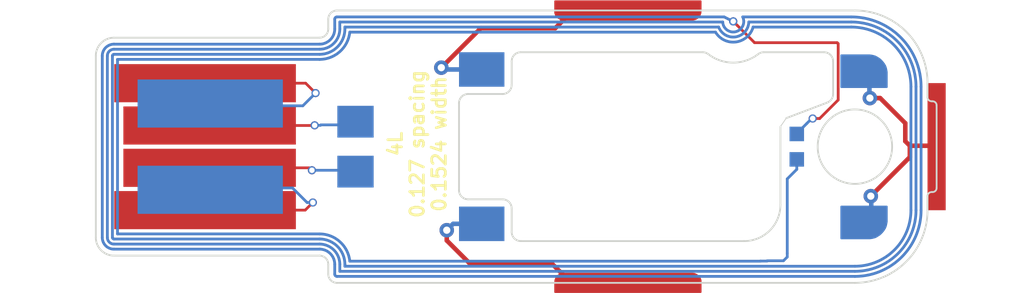
<source format=kicad_pcb>
(kicad_pcb (version 20171130) (host pcbnew "(5.1.5-0-10_14)")

  (general
    (thickness 1.6)
    (drawings 182)
    (tracks 71)
    (zones 0)
    (modules 3)
    (nets 10)
  )

  (page A4)
  (layers
    (0 F.Cu signal)
    (31 B.Cu signal)
    (32 B.Adhes user)
    (33 F.Adhes user)
    (34 B.Paste user)
    (35 F.Paste user)
    (36 B.SilkS user)
    (37 F.SilkS user)
    (38 B.Mask user)
    (39 F.Mask user)
    (40 Dwgs.User user)
    (41 Cmts.User user)
    (42 Eco1.User user)
    (43 Eco2.User user)
    (44 Edge.Cuts user)
    (45 Margin user)
    (46 B.CrtYd user)
    (47 F.CrtYd user)
    (48 B.Fab user)
    (49 F.Fab user)
  )

  (setup
    (last_trace_width 0.15)
    (user_trace_width 0.127)
    (user_trace_width 0.1524)
    (trace_clearance 0.15)
    (zone_clearance 0.508)
    (zone_45_only no)
    (trace_min 0.127)
    (via_size 0.45)
    (via_drill 0.3)
    (via_min_size 0.45)
    (via_min_drill 0.3)
    (uvia_size 0.3)
    (uvia_drill 0.1)
    (uvias_allowed no)
    (uvia_min_size 0.2)
    (uvia_min_drill 0.1)
    (edge_width 0.05)
    (segment_width 0.15)
    (pcb_text_width 0.3)
    (pcb_text_size 1.5 1.5)
    (mod_edge_width 0.12)
    (mod_text_size 1 1)
    (mod_text_width 0.15)
    (pad_size 0.8 0.8)
    (pad_drill 0)
    (pad_to_mask_clearance 0.051)
    (solder_mask_min_width 0.25)
    (aux_axis_origin 0 0)
    (visible_elements FFFFFF7F)
    (pcbplotparams
      (layerselection 0x010fc_ffffffff)
      (usegerberextensions false)
      (usegerberattributes false)
      (usegerberadvancedattributes false)
      (creategerberjobfile false)
      (excludeedgelayer true)
      (linewidth 0.100000)
      (plotframeref false)
      (viasonmask false)
      (mode 1)
      (useauxorigin false)
      (hpglpennumber 1)
      (hpglpenspeed 20)
      (hpglpendiameter 15.000000)
      (psnegative false)
      (psa4output false)
      (plotreference true)
      (plotvalue true)
      (plotinvisibletext false)
      (padsonsilk false)
      (subtractmaskfromsilk false)
      (outputformat 1)
      (mirror false)
      (drillshape 0)
      (scaleselection 1)
      (outputdirectory "gerbers"))
  )

  (net 0 "")
  (net 1 "Net-(TOP1-Pad6)")
  (net 2 "Net-(TOP1-Pad9)")
  (net 3 "Net-(TOP1-Pad5)")
  (net 4 "Net-(AE1-Pad2)")
  (net 5 "Net-(AE1-Pad1)")
  (net 6 "Net-(S1-Pad1)")
  (net 7 "Net-(S1-Pad2)")
  (net 8 "Net-(S1-Pad3)")
  (net 9 "Net-(S1-Pad4)")

  (net_class Default "This is the default net class."
    (clearance 0.15)
    (trace_width 0.15)
    (via_dia 0.45)
    (via_drill 0.3)
    (uvia_dia 0.3)
    (uvia_drill 0.1)
    (add_net "Net-(AE1-Pad1)")
    (add_net "Net-(AE1-Pad2)")
    (add_net "Net-(S1-Pad1)")
    (add_net "Net-(S1-Pad2)")
    (add_net "Net-(S1-Pad3)")
    (add_net "Net-(S1-Pad4)")
    (add_net "Net-(TOP1-Pad5)")
    (add_net "Net-(TOP1-Pad6)")
    (add_net "Net-(TOP1-Pad9)")
  )

  (module solo:USB-A (layer F.Cu) (tedit 5DEBDFF9) (tstamp 5DEFF63D)
    (at 104.625 58.5)
    (path /5E0D53F0)
    (attr smd)
    (fp_text reference S1 (at -3.79 0.745) (layer F.SilkS) hide
      (effects (font (size 1 1) (thickness 0.15)))
    )
    (fp_text value USB (at -3.79 3.285) (layer F.Fab)
      (effects (font (size 1 1) (thickness 0.15)))
    )
    (pad 1 smd rect (at 4.592 3.495) (size 10 2.1) (layers F.Cu F.Mask)
      (net 6 "Net-(S1-Pad1)") (solder_mask_margin 0.01))
    (pad 2 smd rect (at 4.842 1.165) (size 9.5 2.1) (layers F.Cu F.Mask)
      (net 7 "Net-(S1-Pad2)") (solder_mask_margin 0.01))
    (pad 3 smd rect (at 4.842 -1.165) (size 9.5 2.1) (layers F.Cu F.Mask)
      (net 8 "Net-(S1-Pad3)") (solder_mask_margin 0.01))
    (pad 4 smd rect (at 4.592 -3.495) (size 10 2.1) (layers F.Cu F.Mask)
      (net 9 "Net-(S1-Pad4)") (solder_mask_margin 0.01))
  )

  (module solo:top-A (layer B.Cu) (tedit 5DEEC2B6) (tstamp 5DEFEE46)
    (at 114.8 58.375)
    (descr "place at (-14.8, 41.375)")
    (path /5E0D117C)
    (attr smd)
    (fp_text reference TOP1 (at -7.05 6.05) (layer B.Fab)
      (effects (font (size 1 1) (thickness 0.01)) (justify mirror))
    )
    (fp_text value TOP_A (at -1.925 5.95) (layer B.Fab)
      (effects (font (size 1 1) (thickness 0.01)) (justify mirror))
    )
    (fp_poly (pts (xy 31.055 5.17) (xy 31.125 5.16) (xy 31.155 5.155) (xy 31.235 5.135)
      (xy 31.29 5.12) (xy 31.32 5.11) (xy 31.36 5.09) (xy 31.415 5.06)
      (xy 31.555 4.97) (xy 31.625 4.91) (xy 31.715 4.815) (xy 31.77 4.745)
      (xy 31.81 4.69) (xy 31.855 4.615) (xy 31.885 4.55) (xy 31.915 4.46)
      (xy 31.935 4.36) (xy 31.955 4.255) (xy 31.955 3.425) (xy 29.45 3.425)
      (xy 29.45 5.175) (xy 31.005 5.175)) (layer B.Cu) (width 0.1))
    (fp_poly (pts (xy 31.055 -4.9) (xy 31.125 -4.89) (xy 31.155 -4.885) (xy 31.235 -4.865)
      (xy 31.29 -4.85) (xy 31.32 -4.84) (xy 31.36 -4.82) (xy 31.415 -4.79)
      (xy 31.555 -4.7) (xy 31.625 -4.64) (xy 31.715 -4.545) (xy 31.77 -4.475)
      (xy 31.81 -4.42) (xy 31.855 -4.345) (xy 31.885 -4.28) (xy 31.915 -4.19)
      (xy 31.935 -4.09) (xy 31.955 -3.985) (xy 31.955 -3.155) (xy 29.45 -3.155)
      (xy 29.45 -4.905) (xy 31.005 -4.905)) (layer B.Cu) (width 0.1))
    (fp_poly (pts (xy 31.055 5.17) (xy 31.125 5.16) (xy 31.155 5.155) (xy 31.235 5.135)
      (xy 31.29 5.12) (xy 31.32 5.11) (xy 31.36 5.09) (xy 31.415 5.06)
      (xy 31.555 4.97) (xy 31.625 4.91) (xy 31.715 4.815) (xy 31.77 4.745)
      (xy 31.81 4.69) (xy 31.855 4.615) (xy 31.885 4.55) (xy 31.915 4.46)
      (xy 31.935 4.36) (xy 31.955 4.255) (xy 31.955 3.425) (xy 29.45 3.425)
      (xy 29.45 5.175) (xy 31.005 5.175)) (layer B.Mask) (width 0.1))
    (fp_poly (pts (xy 31.055 -4.9) (xy 31.125 -4.89) (xy 31.155 -4.885) (xy 31.235 -4.865)
      (xy 31.29 -4.85) (xy 31.32 -4.84) (xy 31.36 -4.82) (xy 31.415 -4.79)
      (xy 31.555 -4.7) (xy 31.625 -4.64) (xy 31.715 -4.545) (xy 31.77 -4.475)
      (xy 31.81 -4.42) (xy 31.855 -4.345) (xy 31.885 -4.28) (xy 31.915 -4.19)
      (xy 31.935 -4.09) (xy 31.955 -3.985) (xy 31.955 -3.155) (xy 29.45 -3.155)
      (xy 29.45 -4.905) (xy 31.005 -4.905)) (layer B.Mask) (width 0.1))
    (pad 9 smd custom (at 30.5 4.3) (size 1 1) (layers B.Cu B.Paste B.Mask)
      (net 2 "Net-(TOP1-Pad9)") (solder_paste_margin_ratio -0.05) (zone_connect 0)
      (options (clearance outline) (anchor rect))
      (primitives
      ))
    (pad 8 smd rect (at 27 -0.575) (size 0.8 0.8) (layers B.Cu B.Paste B.Mask)
      (net 4 "Net-(AE1-Pad2)") (solder_paste_margin_ratio -0.2))
    (pad 7 smd rect (at 27 0.825) (size 0.8 0.8) (layers B.Cu B.Paste B.Mask)
      (net 5 "Net-(AE1-Pad1)") (solder_paste_margin_ratio -0.2))
    (pad 6 smd rect (at 9.65 -4.125) (size 2.5 1.9) (layers B.Cu B.Paste B.Mask)
      (net 1 "Net-(TOP1-Pad6)") (solder_paste_margin_ratio -0.25))
    (pad 5 smd rect (at 9.65 4.375) (size 2.5 1.9) (layers B.Cu B.Paste B.Mask)
      (net 3 "Net-(TOP1-Pad5)") (solder_paste_margin_ratio -0.25))
    (pad 4 smd rect (at 2.7 -1.25) (size 2 1.75) (layers B.Cu B.Paste B.Mask)
      (net 8 "Net-(S1-Pad3)") (solder_paste_margin_ratio -0.25))
    (pad 3 smd rect (at 2.7 1.5) (size 2 1.75) (layers B.Cu B.Paste B.Mask)
      (net 7 "Net-(S1-Pad2)") (solder_paste_margin_ratio -0.25))
    (pad 2 smd rect (at -5.3 -2.25) (size 8 2.65) (layers B.Cu B.Paste B.Mask)
      (net 9 "Net-(S1-Pad4)") (solder_paste_margin_ratio -0.25))
    (pad 1 smd rect (at -5.3 2.5) (size 8 2.65) (layers B.Cu B.Paste B.Mask)
      (net 6 "Net-(S1-Pad1)") (solder_paste_margin_ratio -0.25))
    (pad 9 smd rect (at 30.5 -4.045) (size 1 1) (layers B.Cu B.Paste B.Mask)
      (net 2 "Net-(TOP1-Pad9)") (solder_paste_margin_ratio -0.05))
    (pad 9 smd custom (at 31.1 4.15) (size 1 0.7) (layers B.Cu B.Paste B.Mask)
      (net 2 "Net-(TOP1-Pad9)") (solder_paste_margin_ratio -0.05) (zone_connect 0)
      (options (clearance outline) (anchor rect))
      (primitives
      ))
    (pad 9 smd custom (at 31 -3.895) (size 1 0.7) (layers B.Cu B.Paste B.Mask)
      (net 2 "Net-(TOP1-Pad9)") (solder_paste_margin_ratio -0.05) (zone_connect 0)
      (options (clearance outline) (anchor rect))
      (primitives
      ))
  )

  (module solo:side_buttons (layer B.Cu) (tedit 5DEBF8A1) (tstamp 5DEFEE32)
    (at 149.525 58.075)
    (path /5E0D0A3F)
    (attr smd)
    (fp_text reference caps1 (at -10.375 -1.75) (layer F.Fab) hide
      (effects (font (size 1 1) (thickness 0.15)))
    )
    (fp_text value side_buttons (at -6.9 4.8) (layer F.Fab)
      (effects (font (size 1 1) (thickness 0.15)))
    )
    (fp_poly (pts (xy -13.02 7.8) (xy -13.03 7.76) (xy -13.05 7.7) (xy -13.08 7.65)
      (xy -13.12 7.59) (xy -13.16 7.55) (xy -13.21 7.51) (xy -13.28 7.47)
      (xy -13.34 7.44) (xy -13.39 7.43) (xy -13.45 7.42) (xy -20.59 7.42)
      (xy -20.66 7.43) (xy -20.73 7.45) (xy -20.78 7.47) (xy -20.83 7.5)
      (xy -20.87 7.53) (xy -20.94 7.6) (xy -20.99 7.7) (xy -21.02 7.78)
      (xy -21.03 7.92) (xy -21.03 8.43) (xy -13.02 8.43)) (layer F.Mask) (width 0.1))
    (fp_poly (pts (xy -21.03 -6.95) (xy -21.02 -6.91) (xy -21 -6.85) (xy -20.97 -6.8)
      (xy -20.93 -6.74) (xy -20.89 -6.7) (xy -20.84 -6.66) (xy -20.77 -6.62)
      (xy -20.71 -6.59) (xy -20.66 -6.58) (xy -20.6 -6.57) (xy -13.46 -6.57)
      (xy -13.39 -6.58) (xy -13.32 -6.6) (xy -13.27 -6.62) (xy -13.22 -6.65)
      (xy -13.18 -6.68) (xy -13.11 -6.75) (xy -13.06 -6.85) (xy -13.03 -6.93)
      (xy -13.02 -7.07) (xy -13.02 -7.58) (xy -21.03 -7.58)) (layer F.Mask) (width 0.1))
    (fp_poly (pts (xy -21.03 -6.95) (xy -21.02 -6.91) (xy -21 -6.85) (xy -20.97 -6.8)
      (xy -20.93 -6.74) (xy -20.89 -6.7) (xy -20.84 -6.66) (xy -20.77 -6.62)
      (xy -20.71 -6.59) (xy -20.66 -6.58) (xy -20.6 -6.57) (xy -13.46 -6.57)
      (xy -13.39 -6.58) (xy -13.32 -6.6) (xy -13.27 -6.62) (xy -13.22 -6.65)
      (xy -13.18 -6.68) (xy -13.11 -6.75) (xy -13.06 -6.85) (xy -13.03 -6.93)
      (xy -13.02 -7.07) (xy -13.02 -7.58) (xy -21.03 -7.58)) (layer F.Cu) (width 0.1))
    (fp_poly (pts (xy -13.02 7.8) (xy -13.03 7.76) (xy -13.05 7.7) (xy -13.08 7.65)
      (xy -13.12 7.59) (xy -13.16 7.55) (xy -13.21 7.51) (xy -13.28 7.47)
      (xy -13.34 7.44) (xy -13.39 7.43) (xy -13.45 7.42) (xy -20.59 7.42)
      (xy -20.66 7.43) (xy -20.73 7.45) (xy -20.78 7.47) (xy -20.83 7.5)
      (xy -20.87 7.53) (xy -20.94 7.6) (xy -20.99 7.7) (xy -21.02 7.78)
      (xy -21.03 7.92) (xy -21.03 8.43) (xy -13.02 8.43)) (layer F.Cu) (width 0.1))
    (pad 3 smd custom (at -0.27 0.38 270) (size 0.5 0.5) (layers F.Cu)
      (net 2 "Net-(TOP1-Pad9)") (solder_mask_margin 0.01) (zone_connect 0)
      (options (clearance outline) (anchor rect))
      (primitives
      ))
    (pad 2 smd custom (at -20.34 -6.78 270) (size 0.5 0.5) (layers F.Cu)
      (net 1 "Net-(TOP1-Pad6)") (solder_mask_margin 0.01) (zone_connect 0)
      (options (clearance outline) (anchor rect))
      (primitives
      ))
    (pad 1 smd custom (at -20.34 7.63 270) (size 0.5 0.5) (layers F.Cu)
      (net 3 "Net-(TOP1-Pad5)") (solder_mask_margin 0.01) (zone_connect 0)
      (options (clearance outline) (anchor rect))
      (primitives
      ))
    (pad 3 smd rect (at -0.025 0.425 270) (size 7 1) (layers F.Cu F.Mask)
      (net 2 "Net-(TOP1-Pad9)") (solder_mask_margin 0.01))
  )

  (gr_arc (start 104.2 63.499999) (end 104.115 63.499999) (angle -90) (layer B.Cu) (width 0.1524))
  (gr_arc (start 104.199999 53.499999) (end 104.2 53.414999) (angle -90.00000003) (layer B.Cu) (width 0.1524))
  (gr_arc (start 144.802434 55.197565) (end 148.643799 55.197565) (angle -89.99945032) (layer B.Cu) (width 0.1524))
  (gr_line (start 139.395509 51.914999) (end 144.802472 51.914999) (layer B.Cu) (width 0.1524))
  (gr_line (start 139.158296 51.635599) (end 144.802434 51.635599) (layer B.Cu) (width 0.1524))
  (gr_line (start 138.822689 51.3562) (end 144.802471 51.3562) (layer B.Cu) (width 0.1524))
  (gr_line (start 137.325566 52.1944) (end 117.185292 52.1944) (layer B.Cu) (width 0.1524))
  (gr_arc (start 138.3 51.6062) (end 137.325566 52.1944) (angle -133.1414633) (layer B.Cu) (width 0.1524))
  (gr_line (start 137.498638 51.915) (end 116.915 51.915) (layer B.Cu) (width 0.1524))
  (gr_arc (start 138.3 51.6062) (end 137.498638 51.915) (angle -156.9642812) (layer B.Cu) (width 0.1524))
  (gr_line (start 137.721346 51.6356) (end 116.6356 51.6356) (layer B.Cu) (width 0.1524))
  (gr_arc (start 138.3 51.6062) (end 137.721346 51.6356) (angle -202.653015) (layer B.Cu) (width 0.1524))
  (gr_circle (center 138.3 51.6062) (end 138.45 51.6062) (layer B.Cu) (width 0.1524))
  (gr_arc (start 115.52 64.979999) (end 117.185292 64.8056) (angle -84.02141663) (layer B.Cu) (width 0.1524))
  (gr_line (start 117.185292 64.8056) (end 139.8 64.8056) (layer B.Cu) (width 0.1524))
  (gr_arc (start 115.52 52.019999) (end 115.52 53.694399) (angle -84.02141663) (layer B.Cu) (width 0.1524))
  (gr_line (start 104.3944 63.305599) (end 115.52 63.305599) (layer B.Cu) (width 0.1524))
  (gr_line (start 104.3944 53.694399) (end 104.3944 63.305599) (layer B.Cu) (width 0.1524))
  (gr_line (start 115.52 53.694399) (end 104.3944 53.694399) (layer B.Cu) (width 0.1524))
  (gr_arc (start 144.802434 55.197565) (end 148.085 55.197565) (angle -89.9993327) (layer B.Cu) (width 0.1524))
  (gr_arc (start 145 61.999999) (end 145 65.085) (angle -90) (layer B.Cu) (width 0.1524))
  (gr_line (start 148.085 61.999999) (end 148.085 55.197565) (layer B.Cu) (width 0.1524))
  (gr_arc (start 115.52 64.979999) (end 116.914998 64.977696) (angle -89.90537951) (layer B.Cu) (width 0.1524))
  (gr_line (start 116.915 65.085) (end 116.915 64.979999) (layer B.Cu) (width 0.1524))
  (gr_line (start 116.915 65.085) (end 145 65.085) (layer B.Cu) (width 0.1524))
  (gr_arc (start 115.52 52.019999) (end 115.519999 53.415) (angle -90) (layer B.Cu) (width 0.1524))
  (gr_line (start 104.2 63.584999) (end 115.519999 63.584999) (layer B.Cu) (width 0.1524))
  (gr_line (start 104.115 53.499999) (end 104.115 63.499999) (layer B.Cu) (width 0.1524))
  (gr_line (start 115.519999 53.415) (end 104.2 53.414999) (layer B.Cu) (width 0.1524))
  (gr_line (start 116.915 51.915) (end 116.915 52.019999) (layer B.Cu) (width 0.1524))
  (gr_arc (start 144.802434 55.197565) (end 148.364399 55.197565) (angle -90) (layer B.Cu) (width 0.1524))
  (gr_arc (start 145 61.999999) (end 145 65.3644) (angle -90) (layer B.Cu) (width 0.1524))
  (gr_line (start 148.3644 61.999999) (end 148.364399 55.197565) (layer B.Cu) (width 0.1524))
  (gr_arc (start 115.52 64.979999) (end 116.6356 64.979684) (angle -89.98381385) (layer B.Cu) (width 0.1524))
  (gr_line (start 116.6356 65.3644) (end 145 65.3644) (layer B.Cu) (width 0.1524))
  (gr_line (start 116.6356 64.979684) (end 116.6356 65.3644) (layer B.Cu) (width 0.1524))
  (gr_arc (start 104.2 63.499999) (end 103.8356 63.499999) (angle -90) (layer B.Cu) (width 0.1524))
  (gr_arc (start 104.199999 53.499999) (end 104.199999 53.1356) (angle -90) (layer B.Cu) (width 0.1524))
  (gr_line (start 104.2 63.864399) (end 115.52 63.864399) (layer B.Cu) (width 0.1524))
  (gr_line (start 103.8356 53.499999) (end 103.8356 63.499999) (layer B.Cu) (width 0.1524))
  (gr_line (start 104.199999 53.1356) (end 115.517379 53.1356) (layer B.Cu) (width 0.1524))
  (gr_arc (start 115.52 52.019999) (end 115.517379 53.1356) (angle -90.13456335) (layer B.Cu) (width 0.1524))
  (gr_line (start 116.6356 51.6356) (end 116.6356 52.019999) (layer B.Cu) (width 0.1524))
  (gr_arc (start 145 61.999999) (end 145 65.6438) (angle -90) (layer B.Cu) (width 0.1524))
  (gr_line (start 148.6438 61.999999) (end 148.643799 55.197565) (layer B.Cu) (width 0.1524))
  (gr_arc (start 115.52 64.979999) (end 116.3562 64.979999) (angle -90) (layer B.Cu) (width 0.1524))
  (gr_arc (start 115.52 52.019999) (end 115.52 52.8562) (angle -90) (layer B.Cu) (width 0.1524))
  (gr_line (start 103.5562 63.5) (end 103.5562 53.499999) (layer B.Cu) (width 0.1524))
  (gr_arc (start 104.2 63.499999) (end 103.5562 63.499999) (angle -90) (layer B.Cu) (width 0.1524))
  (gr_arc (start 116.48 65.519999) (end 116.3562 65.519999) (angle -90) (layer B.Cu) (width 0.1524))
  (gr_arc (start 116.48 51.48) (end 116.48 51.3562) (angle -90) (layer B.Cu) (width 0.1524))
  (gr_arc (start 104.199999 53.499999) (end 104.2 52.8562) (angle -90) (layer B.Cu) (width 0.1524))
  (gr_line (start 116.48 65.6438) (end 145 65.6438) (layer B.Cu) (width 0.1524))
  (gr_line (start 116.3562 64.979999) (end 116.3562 65.52) (layer B.Cu) (width 0.1524))
  (gr_line (start 104.2 64.143799) (end 115.52 64.143799) (layer B.Cu) (width 0.1524))
  (gr_line (start 115.52 52.8562) (end 104.2 52.8562) (layer B.Cu) (width 0.1524))
  (gr_line (start 116.3562 51.48) (end 116.3562 52.019999) (layer B.Cu) (width 0.1524))
  (gr_line (start 137.8 51.3562) (end 138.3 51.6062) (layer B.Cu) (width 0.1524))
  (gr_line (start 137.8 51.3562) (end 116.48 51.3562) (layer B.Cu) (width 0.1524))
  (gr_text "4L\n0.127 spacing\n0.1524 width" (at 120.9 58.35 90) (layer F.SilkS)
    (effects (font (size 0.75 0.75) (thickness 0.15)))
  )
  (gr_arc (start 104.199999 63.499999) (end 103.199999 63.499999) (angle -90) (layer Eco2.User) (width 0.001))
  (gr_arc (start 104.2 53.5) (end 104.199999 52.499999) (angle -90) (layer Eco2.User) (width 0.001))
  (gr_line (start 103.2 53.5) (end 103.199999 63.499999) (layer Eco2.User) (width 0.001))
  (gr_arc (start 115.52 64.979999) (end 116 64.979999) (angle -90) (layer Eco2.User) (width 0.001))
  (gr_arc (start 115.52 52.019999) (end 115.52 52.499999) (angle -90) (layer Eco2.User) (width 0.001))
  (gr_line (start 116 64.979999) (end 116 65) (layer Eco2.User) (width 0.001))
  (gr_line (start 116 52.019999) (end 116 51.999999) (layer Eco2.User) (width 0.001))
  (gr_line (start 104.199999 64.499999) (end 115.52 64.499999) (layer Eco2.User) (width 0.001))
  (gr_line (start 115.52 52.499999) (end 104.199999 52.499999) (layer Eco2.User) (width 0.001))
  (gr_line (start 154.24787 58.5) (end 97.999999 58.5) (layer Eco1.User) (width 0.1524))
  (gr_line (start 104.2 63.044999) (end 110.875181 63.044999) (layer Eco1.User) (width 0.1524))
  (gr_line (start 104.2 53.954999) (end 104.2 63.044999) (layer Eco1.User) (width 0.1524))
  (gr_line (start 110.875181 53.954999) (end 104.2 53.954999) (layer Eco1.User) (width 0.1524))
  (gr_line (start 140.9 57.395105) (end 141.222672 56.927606) (layer Edge.Cuts) (width 0.05) (tstamp 5DEFF5DB))
  (gr_line (start 142.2 59.599999) (end 142.2 58.799999) (layer Eco1.User) (width 0.1524))
  (gr_line (start 141.4 59.599999) (end 142.2 59.599999) (layer Eco1.User) (width 0.1524))
  (gr_line (start 141.4 58.799999) (end 141.4 59.599999) (layer Eco1.User) (width 0.1524))
  (gr_line (start 142.2 58.799999) (end 141.4 58.799999) (layer Eco1.User) (width 0.1524))
  (gr_line (start 142.2 58.199999) (end 142.2 57.399999) (layer Eco1.User) (width 0.1524))
  (gr_line (start 141.4 58.199999) (end 142.2 58.199999) (layer Eco1.User) (width 0.1524))
  (gr_line (start 141.4 57.399999) (end 141.4 58.199999) (layer Eco1.User) (width 0.1524))
  (gr_line (start 142.2 57.399999) (end 141.4 57.399999) (layer Eco1.User) (width 0.1524))
  (gr_line (start 125.699999 63.699999) (end 125.699999 61.8) (layer Eco1.User) (width 0.1524))
  (gr_line (start 123.199999 63.699999) (end 125.699999 63.699999) (layer Eco1.User) (width 0.1524))
  (gr_line (start 123.199999 61.8) (end 123.199999 63.699999) (layer Eco1.User) (width 0.1524))
  (gr_line (start 125.699999 61.8) (end 123.199999 61.8) (layer Eco1.User) (width 0.1524))
  (gr_line (start 125.699999 55.2) (end 125.699999 53.3) (layer Eco1.User) (width 0.1524))
  (gr_line (start 123.199999 55.2) (end 125.699999 55.2) (layer Eco1.User) (width 0.1524))
  (gr_line (start 123.199999 53.3) (end 123.199999 55.2) (layer Eco1.User) (width 0.1524))
  (gr_line (start 125.699999 53.3) (end 123.199999 53.3) (layer Eco1.User) (width 0.1524))
  (gr_line (start 146.75 62.549999) (end 146.75 61.8) (layer Eco1.User) (width 0.1524))
  (gr_arc (start 145.75 62.549999) (end 145.75 63.549999) (angle -90) (layer Eco1.User) (width 0.1524))
  (gr_line (start 144.249999 63.55) (end 145.75 63.549999) (layer Eco1.User) (width 0.1524))
  (gr_line (start 144.25 61.8) (end 144.249999 63.55) (layer Eco1.User) (width 0.1524))
  (gr_line (start 146.75 61.8) (end 144.25 61.8) (layer Eco1.User) (width 0.1524))
  (gr_arc (start 145.75 54.45) (end 146.75 54.45) (angle -90) (layer Eco1.User) (width 0.1524))
  (gr_line (start 146.75 55.199999) (end 146.75 54.45) (layer Eco1.User) (width 0.1524))
  (gr_line (start 144.25 55.2) (end 146.75 55.199999) (layer Eco1.User) (width 0.1524))
  (gr_line (start 144.25 53.449999) (end 144.25 55.2) (layer Eco1.User) (width 0.1524))
  (gr_line (start 145.75 53.45) (end 144.25 53.449999) (layer Eco1.User) (width 0.1524))
  (gr_line (start 118.5 60.749999) (end 118.5 58.999999) (layer Eco1.User) (width 0.1524))
  (gr_line (start 116.5 60.749999) (end 118.5 60.749999) (layer Eco1.User) (width 0.1524))
  (gr_line (start 116.5 58.999999) (end 116.5 60.749999) (layer Eco1.User) (width 0.1524))
  (gr_line (start 118.5 58.999999) (end 116.5 58.999999) (layer Eco1.User) (width 0.1524))
  (gr_line (start 118.5 57.999999) (end 118.5 56.249999) (layer Eco1.User) (width 0.1524))
  (gr_line (start 116.5 57.999999) (end 118.5 57.999999) (layer Eco1.User) (width 0.1524))
  (gr_line (start 116.5 56.249999) (end 116.5 57.999999) (layer Eco1.User) (width 0.1524))
  (gr_line (start 118.5 56.249999) (end 116.5 56.249999) (layer Eco1.User) (width 0.1524))
  (gr_line (start 113.5 62.199999) (end 113.5 59.549999) (layer Eco1.User) (width 0.1524))
  (gr_line (start 105.5 62.199999) (end 113.5 62.199999) (layer Eco1.User) (width 0.1524))
  (gr_line (start 105.5 59.549999) (end 105.5 62.199999) (layer Eco1.User) (width 0.1524))
  (gr_line (start 113.5 59.549999) (end 105.5 59.549999) (layer Eco1.User) (width 0.1524))
  (gr_line (start 113.5 57.449999) (end 113.5 54.799999) (layer Eco1.User) (width 0.1524))
  (gr_line (start 105.5 57.449999) (end 113.5 57.449999) (layer Eco1.User) (width 0.1524))
  (gr_line (start 105.5 54.799999) (end 105.5 57.449999) (layer Eco1.User) (width 0.1524))
  (gr_line (start 113.5 54.799999) (end 105.5 54.799999) (layer Eco1.User) (width 0.1524))
  (gr_line (start 150 62) (end 150 55) (layer Eco1.User) (width 0.1524))
  (gr_line (start 149 62) (end 150 62) (layer Eco1.User) (width 0.1524))
  (gr_line (start 149 55) (end 149 62) (layer Eco1.User) (width 0.1524))
  (gr_line (start 150 55) (end 149 55) (layer Eco1.User) (width 0.1524))
  (gr_arc (start 136.05 65.949999) (end 136.5 65.949999) (angle -90) (layer Eco1.User) (width 0.1524))
  (gr_line (start 136.5 66.5) (end 136.5 65.949999) (layer Eco1.User) (width 0.1524))
  (gr_line (start 128.5 66.5) (end 136.5 66.5) (layer Eco1.User) (width 0.1524))
  (gr_line (start 128.5 65.949999) (end 128.5 66.5) (layer Eco1.User) (width 0.1524))
  (gr_arc (start 128.949999 65.949999) (end 128.949999 65.5) (angle -90) (layer Eco1.User) (width 0.1524))
  (gr_line (start 136.05 65.5) (end 128.949999 65.5) (layer Eco1.User) (width 0.1524))
  (gr_line (start 136.5 51.05) (end 136.5 50.5) (layer Eco1.User) (width 0.1524))
  (gr_arc (start 136.05 51.05) (end 136.05 51.499999) (angle -90) (layer Eco1.User) (width 0.1524))
  (gr_line (start 128.949999 51.499999) (end 136.05 51.499999) (layer Eco1.User) (width 0.1524))
  (gr_arc (start 128.949999 51.05) (end 128.5 51.05) (angle -90) (layer Eco1.User) (width 0.1524))
  (gr_line (start 128.5 50.5) (end 128.5 51.05) (layer Eco1.User) (width 0.1524))
  (gr_line (start 136.5 50.5) (end 128.5 50.5) (layer Eco1.User) (width 0.1524))
  (gr_arc (start 104.199999 63.499999) (end 103.199999 63.499999) (angle -90) (layer Edge.Cuts) (width 0.1))
  (gr_arc (start 104.2 53.5) (end 104.199999 52.499999) (angle -90) (layer Edge.Cuts) (width 0.1))
  (gr_line (start 103.2 53.5) (end 103.199999 63.499999) (layer Edge.Cuts) (width 0.1))
  (gr_arc (start 115.52 64.979999) (end 116 64.979999) (angle -90) (layer Edge.Cuts) (width 0.1))
  (gr_arc (start 115.52 52.019999) (end 115.52 52.499999) (angle -90) (layer Edge.Cuts) (width 0.1))
  (gr_line (start 116 64.979999) (end 116 65) (layer Edge.Cuts) (width 0.1))
  (gr_line (start 116 52.019999) (end 116 51.999999) (layer Edge.Cuts) (width 0.1))
  (gr_line (start 104.199999 64.499999) (end 115.52 64.499999) (layer Edge.Cuts) (width 0.1))
  (gr_line (start 115.52 52.499999) (end 104.199999 52.499999) (layer Edge.Cuts) (width 0.1))
  (gr_circle (center 145 58.5) (end 147.05 58.5) (layer Edge.Cuts) (width 0.1))
  (gr_arc (start 149.225 61.224999) (end 149.225 60.999999) (angle -90) (layer Edge.Cuts) (width 0.1))
  (gr_arc (start 149.275 60.774999) (end 149.275 60.999999) (angle -90) (layer Edge.Cuts) (width 0.1))
  (gr_arc (start 149.275 56.224999) (end 149.5 56.224999) (angle -90) (layer Edge.Cuts) (width 0.1))
  (gr_arc (start 149.225 55.775) (end 149 55.775) (angle -90) (layer Edge.Cuts) (width 0.1))
  (gr_line (start 149.275 60.999999) (end 149.225 60.999999) (layer Edge.Cuts) (width 0.1))
  (gr_line (start 149.5 56.224999) (end 149.5 60.774999) (layer Edge.Cuts) (width 0.1))
  (gr_line (start 149.225 56) (end 149.275 56) (layer Edge.Cuts) (width 0.1))
  (gr_line (start 149 62) (end 149 61.224999) (layer Edge.Cuts) (width 0.1))
  (gr_line (start 149 55) (end 149 55.775) (layer Edge.Cuts) (width 0.1))
  (gr_arc (start 145 61.999999) (end 145 65.999999) (angle -90) (layer Edge.Cuts) (width 0.1))
  (gr_arc (start 145 55) (end 149 55) (angle -90) (layer Edge.Cuts) (width 0.1))
  (gr_arc (start 116.48 65.519999) (end 116 65.519999) (angle -90) (layer Edge.Cuts) (width 0.1))
  (gr_arc (start 116.48 51.48) (end 116.48 51) (angle -90) (layer Edge.Cuts) (width 0.1))
  (gr_line (start 116 65.519999) (end 116 65) (layer Edge.Cuts) (width 0.1))
  (gr_line (start 116 51.48) (end 116 51.999999) (layer Edge.Cuts) (width 0.1))
  (gr_line (start 145 66) (end 116.48 66) (layer Edge.Cuts) (width 0.1))
  (gr_line (start 116.48 51) (end 145 51) (layer Edge.Cuts) (width 0.1))
  (gr_arc (start 136.619836 53.799999) (end 136.92532 53.404172) (angle -37.6595652) (layer Edge.Cuts) (width 0.1))
  (gr_arc (start 138.3 51.622949) (end 136.92532 53.404172) (angle -75.31913041) (layer Edge.Cuts) (width 0.1))
  (gr_arc (start 139.980163 53.799999) (end 139.980163 53.3) (angle -37.6595652) (layer Edge.Cuts) (width 0.1))
  (gr_line (start 143.3 53.299999) (end 139.980163 53.3) (layer Edge.Cuts) (width 0.1))
  (gr_arc (start 143.299999 53.799999) (end 143.8 53.799999) (angle -90) (layer Edge.Cuts) (width 0.1))
  (gr_line (start 143.8 55.604894) (end 143.8 53.799999) (layer Edge.Cuts) (width 0.1))
  (gr_arc (start 143.3 55.604894) (end 143.477327 56.072393) (angle -69.22774532) (layer Edge.Cuts) (width 0.1))
  (gr_line (start 141.222672 56.927606) (end 143.477327 56.072393) (layer Edge.Cuts) (width 0.1))
  (gr_line (start 140.9 61.699999) (end 140.9 57.395105) (layer Edge.Cuts) (width 0.1))
  (gr_arc (start 138.9 61.699999) (end 138.9 63.699999) (angle -90) (layer Edge.Cuts) (width 0.1))
  (gr_line (start 126.6 63.699999) (end 138.9 63.699999) (layer Edge.Cuts) (width 0.1))
  (gr_arc (start 126.6 63.199999) (end 126.1 63.199999) (angle -90) (layer Edge.Cuts) (width 0.1))
  (gr_line (start 126.1 61.899999) (end 126.1 63.199999) (layer Edge.Cuts) (width 0.1))
  (gr_arc (start 125.6 61.899999) (end 126.1 61.899999) (angle -90) (layer Edge.Cuts) (width 0.1))
  (gr_line (start 123.699999 61.4) (end 125.6 61.4) (layer Edge.Cuts) (width 0.1))
  (gr_arc (start 123.699999 60.9) (end 123.199999 60.9) (angle -90) (layer Edge.Cuts) (width 0.1))
  (gr_line (start 123.199999 56.1) (end 123.199999 60.9) (layer Edge.Cuts) (width 0.1))
  (gr_arc (start 123.7 56.1) (end 123.7 55.6) (angle -90) (layer Edge.Cuts) (width 0.1))
  (gr_line (start 125.6 55.6) (end 123.7 55.6) (layer Edge.Cuts) (width 0.1))
  (gr_arc (start 125.6 55.1) (end 125.6 55.6) (angle -90) (layer Edge.Cuts) (width 0.1))
  (gr_line (start 126.1 53.8) (end 126.1 55.1) (layer Edge.Cuts) (width 0.1))
  (gr_arc (start 126.6 53.8) (end 126.6 53.3) (angle -90) (layer Edge.Cuts) (width 0.1))
  (gr_line (start 136.619836 53.3) (end 126.6 53.3) (layer Edge.Cuts) (width 0.1))

  (via (at 122.225 54.15) (size 0.8) (drill 0.4) (layers F.Cu B.Cu) (net 1))
  (segment (start 122.325 54.25) (end 122.225 54.15) (width 0.25) (layer B.Cu) (net 1))
  (segment (start 124.45 54.25) (end 122.325 54.25) (width 0.25) (layer B.Cu) (net 1))
  (segment (start 122.225 54.15) (end 124.4 51.975) (width 0.25) (layer F.Cu) (net 1))
  (segment (start 128.5 51.975) (end 129.09999 51.37501) (width 0.25) (layer F.Cu) (net 1))
  (segment (start 124.4 51.975) (end 128.5 51.975) (width 0.25) (layer F.Cu) (net 1))
  (segment (start 129.09999 51.37501) (end 129.175 51.37501) (width 0.25) (layer F.Cu) (net 1))
  (via (at 145.825 55.825) (size 0.8) (drill 0.4) (layers F.Cu B.Cu) (net 2))
  (segment (start 145.8 55.8) (end 145.825 55.825) (width 0.25) (layer B.Cu) (net 2))
  (segment (start 145.8 54.48) (end 145.8 55.8) (width 0.25) (layer B.Cu) (net 2))
  (segment (start 146.390685 55.825) (end 145.825 55.825) (width 0.25) (layer F.Cu) (net 2))
  (segment (start 147.775 57.209315) (end 146.390685 55.825) (width 0.25) (layer F.Cu) (net 2))
  (segment (start 147.775 58.2) (end 147.775 57.209315) (width 0.25) (layer F.Cu) (net 2))
  (segment (start 148.025 58.45) (end 147.775 58.2) (width 0.25) (layer F.Cu) (net 2))
  (segment (start 149.349969 58.45) (end 148.025 58.45) (width 0.25) (layer F.Cu) (net 2))
  (segment (start 145.9 61.25) (end 145.875 61.225) (width 0.25) (layer B.Cu) (net 2))
  (via (at 145.875 61.225) (size 0.8) (drill 0.4) (layers F.Cu B.Cu) (net 2))
  (segment (start 145.9 62.525) (end 145.9 61.25) (width 0.25) (layer B.Cu) (net 2))
  (segment (start 148.025 59.075) (end 148.025 58.45) (width 0.25) (layer F.Cu) (net 2))
  (segment (start 145.875 61.225) (end 148.025 59.075) (width 0.25) (layer F.Cu) (net 2))
  (segment (start 145.8 62.675) (end 145.875 62.6) (width 0.25) (layer B.Cu) (net 2))
  (segment (start 145.3 62.675) (end 145.8 62.675) (width 0.25) (layer B.Cu) (net 2))
  (via (at 122.525 63.1) (size 0.8) (drill 0.4) (layers F.Cu B.Cu) (net 3))
  (segment (start 122.875 62.75) (end 122.525 63.1) (width 0.25) (layer B.Cu) (net 3))
  (segment (start 124.45 62.75) (end 122.875 62.75) (width 0.25) (layer B.Cu) (net 3))
  (segment (start 122.525 63.665685) (end 123.759315 64.9) (width 0.25) (layer F.Cu) (net 3))
  (segment (start 122.525 63.1) (end 122.525 63.665685) (width 0.25) (layer F.Cu) (net 3))
  (segment (start 128.275 64.9) (end 128.99999 65.62499) (width 0.25) (layer F.Cu) (net 3))
  (segment (start 123.759315 64.9) (end 128.275 64.9) (width 0.25) (layer F.Cu) (net 3))
  (segment (start 128.99999 65.62499) (end 129.175 65.62499) (width 0.25) (layer F.Cu) (net 3))
  (segment (start 138.3 51.6) (end 138.3 51.6) (width 0.1524) (layer F.Cu) (net 4))
  (segment (start 138.524999 51.824999) (end 139.475 52.775) (width 0.1524) (layer F.Cu) (net 4))
  (segment (start 139.475 52.775) (end 144.025 52.775) (width 0.1524) (layer F.Cu) (net 4))
  (segment (start 143.058866 56.95) (end 142.675 56.95) (width 0.1524) (layer F.Cu) (net 4))
  (via (at 142.675 56.95) (size 0.45) (drill 0.3) (layers F.Cu B.Cu) (net 4))
  (segment (start 144.07978 55.929086) (end 143.058866 56.95) (width 0.1524) (layer F.Cu) (net 4))
  (segment (start 144.07978 52.82978) (end 144.07978 55.929086) (width 0.1524) (layer F.Cu) (net 4))
  (segment (start 144.025 52.775) (end 144.07978 52.82978) (width 0.1524) (layer F.Cu) (net 4))
  (segment (start 142.675 56.95) (end 142.587138 57.037862) (width 0.1524) (layer B.Cu) (net 4))
  (segment (start 142.35 57.225) (end 142.6 56.975) (width 0.1524) (layer B.Cu) (net 4))
  (segment (start 142.349999 57.225001) (end 142.125 57.45) (width 0.1524) (layer B.Cu) (net 4))
  (segment (start 138.3 51.6) (end 138.524999 51.824999) (width 0.1524) (layer F.Cu) (net 4) (tstamp 5DF02644))
  (via (at 138.3 51.6) (size 0.45) (drill 0.3) (layers F.Cu B.Cu) (net 4))
  (segment (start 141.275 60.275) (end 141.275 64.375) (width 0.1524) (layer B.Cu) (net 5))
  (segment (start 141.8 59.75) (end 141.275 60.275) (width 0.1524) (layer B.Cu) (net 5))
  (segment (start 141.8 59.2) (end 141.8 59.75) (width 0.1524) (layer B.Cu) (net 5))
  (segment (start 141.275 64.575) (end 141.06621 64.78379) (width 0.15) (layer B.Cu) (net 5))
  (segment (start 141.275 64.375) (end 141.275 64.575) (width 0.15) (layer B.Cu) (net 5))
  (segment (start 140.16621 64.8) (end 139.8 64.8) (width 0.15) (layer B.Cu) (net 5))
  (segment (start 141.06621 64.78379) (end 140.16621 64.78379) (width 0.15) (layer B.Cu) (net 5))
  (segment (start 114.73 61.995) (end 115.15 61.575) (width 0.15) (layer F.Cu) (net 6))
  (via (at 115.15 61.575) (size 0.45) (drill 0.3) (layers F.Cu B.Cu) (net 6))
  (segment (start 109.217 61.995) (end 114.73 61.995) (width 0.15) (layer F.Cu) (net 6))
  (segment (start 114.831802 61.575) (end 114.031802 60.775) (width 0.15) (layer B.Cu) (net 6))
  (segment (start 115.15 61.575) (end 114.831802 61.575) (width 0.15) (layer B.Cu) (net 6))
  (segment (start 114.031802 60.775) (end 112.625 60.775) (width 0.15) (layer B.Cu) (net 6))
  (via (at 115.1 59.8) (size 0.45) (drill 0.3) (layers F.Cu B.Cu) (net 7))
  (segment (start 114.965 59.665) (end 115.1 59.8) (width 0.15) (layer F.Cu) (net 7))
  (segment (start 109.467 59.665) (end 114.965 59.665) (width 0.15) (layer F.Cu) (net 7))
  (segment (start 115.1 59.8) (end 117.175 59.8) (width 0.15) (layer B.Cu) (net 7))
  (via (at 115.25 57.325) (size 0.45) (drill 0.3) (layers F.Cu B.Cu) (net 8))
  (segment (start 115.24 57.335) (end 115.25 57.325) (width 0.15) (layer F.Cu) (net 8))
  (segment (start 109.467 57.335) (end 115.24 57.335) (width 0.15) (layer F.Cu) (net 8))
  (segment (start 115.568198 57.325) (end 115.593198 57.3) (width 0.15) (layer B.Cu) (net 8))
  (segment (start 115.25 57.325) (end 115.568198 57.325) (width 0.15) (layer B.Cu) (net 8))
  (segment (start 115.593198 57.3) (end 117.475 57.3) (width 0.15) (layer B.Cu) (net 8))
  (via (at 115.3 55.55) (size 0.45) (drill 0.3) (layers F.Cu B.Cu) (net 9))
  (segment (start 114.755 55.005) (end 115.3 55.55) (width 0.15) (layer F.Cu) (net 9))
  (segment (start 109.217 55.005) (end 114.755 55.005) (width 0.15) (layer F.Cu) (net 9))
  (segment (start 115.3 55.55) (end 114.6 56.25) (width 0.15) (layer B.Cu) (net 9))
  (segment (start 114.6 56.25) (end 112.7 56.25) (width 0.15) (layer B.Cu) (net 9))

)

</source>
